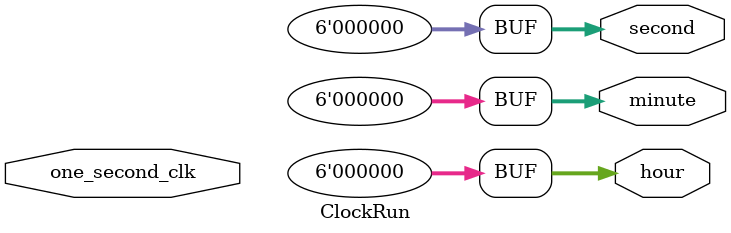
<source format=v>
module ClockRun(
	input one_second_clk,//传入的是1s为周期的时钟信号

	output reg [5:0] hour,
	output reg [5:0] minute,
	output reg [5:0] second    //顾名思义，用于将时钟信号分开为三个时钟单位进行输出
	);
	
	initial
	begin
		hour = 6'b000000;
		minute = 6'b000000;
		second = 6'b000000;  
	end
endmodule

</source>
